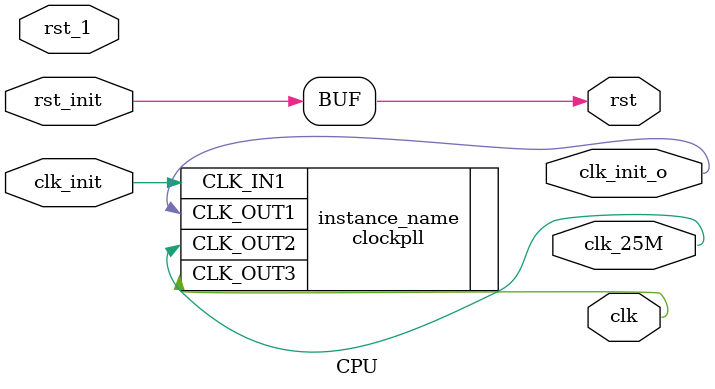
<source format=v>

`include "header.v"


module CPU(
	input wire clk_init,
	input wire rst_init,
	input wire rst_1,
	output wire clk,
	output wire rst,
	output wire clk_init_o,
	output wire clk_25M
);

	assign rst = rst_init;
	
	clockpll instance_name (
		.CLK_IN1(clk_init),
		.CLK_OUT1(clk_init_o),   
		.CLK_OUT2(clk_25M),
		.CLK_OUT3(clk)   
    );
	
endmodule

</source>
